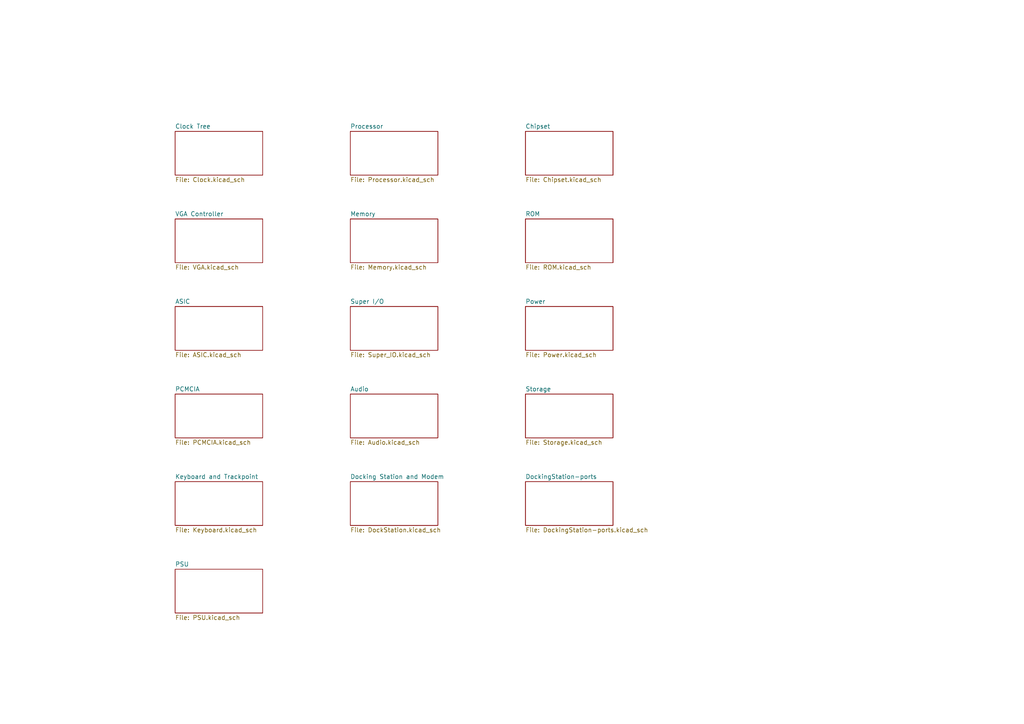
<source format=kicad_sch>
(kicad_sch
	(version 20250114)
	(generator "eeschema")
	(generator_version "9.0")
	(uuid "45c7911f-b027-440e-9e3e-77a146b41944")
	(paper "A4")
	(title_block
		(title "PC110 Motherboard")
		(company "Recreated by: Ahmad Byagowi")
	)
	(lib_symbols)
	(sheet
		(at 101.6 38.1)
		(size 25.4 12.7)
		(exclude_from_sim no)
		(in_bom yes)
		(on_board yes)
		(dnp no)
		(fields_autoplaced yes)
		(stroke
			(width 0)
			(type solid)
		)
		(fill
			(color 0 0 0 0.0000)
		)
		(uuid "00000000-0000-0000-0000-000061ddbbe3")
		(property "Sheetname" "Processor"
			(at 101.6 37.3884 0)
			(effects
				(font
					(size 1.27 1.27)
				)
				(justify left bottom)
			)
		)
		(property "Sheetfile" "Processor.kicad_sch"
			(at 101.6 51.3846 0)
			(effects
				(font
					(size 1.27 1.27)
				)
				(justify left top)
			)
		)
		(instances
			(project "PC110"
				(path "/45c7911f-b027-440e-9e3e-77a146b41944"
					(page "3")
				)
			)
		)
	)
	(sheet
		(at 152.4 88.9)
		(size 25.4 12.7)
		(exclude_from_sim no)
		(in_bom yes)
		(on_board yes)
		(dnp no)
		(fields_autoplaced yes)
		(stroke
			(width 0)
			(type solid)
		)
		(fill
			(color 0 0 0 0.0000)
		)
		(uuid "00000000-0000-0000-0000-0000638712fb")
		(property "Sheetname" "Power"
			(at 152.4 88.1884 0)
			(effects
				(font
					(size 1.27 1.27)
				)
				(justify left bottom)
			)
		)
		(property "Sheetfile" "Power.kicad_sch"
			(at 152.4 102.1846 0)
			(effects
				(font
					(size 1.27 1.27)
				)
				(justify left top)
			)
		)
		(instances
			(project "PC110"
				(path "/45c7911f-b027-440e-9e3e-77a146b41944"
					(page "10")
				)
			)
		)
	)
	(sheet
		(at 50.8 114.3)
		(size 25.4 12.7)
		(exclude_from_sim no)
		(in_bom yes)
		(on_board yes)
		(dnp no)
		(fields_autoplaced yes)
		(stroke
			(width 0)
			(type solid)
		)
		(fill
			(color 0 0 0 0.0000)
		)
		(uuid "00000000-0000-0000-0000-0000639b00c7")
		(property "Sheetname" "PCMCIA"
			(at 50.8 113.5884 0)
			(effects
				(font
					(size 1.27 1.27)
				)
				(justify left bottom)
			)
		)
		(property "Sheetfile" "PCMCIA.kicad_sch"
			(at 50.8 127.5846 0)
			(effects
				(font
					(size 1.27 1.27)
				)
				(justify left top)
			)
		)
		(instances
			(project "PC110"
				(path "/45c7911f-b027-440e-9e3e-77a146b41944"
					(page "11")
				)
			)
		)
	)
	(sheet
		(at 101.6 63.5)
		(size 25.4 12.7)
		(exclude_from_sim no)
		(in_bom yes)
		(on_board yes)
		(dnp no)
		(fields_autoplaced yes)
		(stroke
			(width 0)
			(type solid)
		)
		(fill
			(color 0 0 0 0.0000)
		)
		(uuid "00000000-0000-0000-0000-0000640ab57c")
		(property "Sheetname" "Memory"
			(at 101.6 62.7884 0)
			(effects
				(font
					(size 1.27 1.27)
				)
				(justify left bottom)
			)
		)
		(property "Sheetfile" "Memory.kicad_sch"
			(at 101.6 76.7846 0)
			(effects
				(font
					(size 1.27 1.27)
				)
				(justify left top)
			)
		)
		(instances
			(project "PC110"
				(path "/45c7911f-b027-440e-9e3e-77a146b41944"
					(page "6")
				)
			)
		)
	)
	(sheet
		(at 152.4 38.1)
		(size 25.4 12.7)
		(exclude_from_sim no)
		(in_bom yes)
		(on_board yes)
		(dnp no)
		(fields_autoplaced yes)
		(stroke
			(width 0)
			(type solid)
		)
		(fill
			(color 0 0 0 0.0000)
		)
		(uuid "00000000-0000-0000-0000-000064106181")
		(property "Sheetname" "Chipset"
			(at 152.4 37.3884 0)
			(effects
				(font
					(size 1.27 1.27)
				)
				(justify left bottom)
			)
		)
		(property "Sheetfile" "Chipset.kicad_sch"
			(at 152.4 51.3846 0)
			(effects
				(font
					(size 1.27 1.27)
				)
				(justify left top)
			)
		)
		(instances
			(project "PC110"
				(path "/45c7911f-b027-440e-9e3e-77a146b41944"
					(page "4")
				)
			)
		)
	)
	(sheet
		(at 50.8 88.9)
		(size 25.4 12.7)
		(exclude_from_sim no)
		(in_bom yes)
		(on_board yes)
		(dnp no)
		(fields_autoplaced yes)
		(stroke
			(width 0)
			(type solid)
		)
		(fill
			(color 0 0 0 0.0000)
		)
		(uuid "00000000-0000-0000-0000-000064523075")
		(property "Sheetname" "ASIC"
			(at 50.8 88.1884 0)
			(effects
				(font
					(size 1.27 1.27)
				)
				(justify left bottom)
			)
		)
		(property "Sheetfile" "ASIC.kicad_sch"
			(at 50.8 102.1846 0)
			(effects
				(font
					(size 1.27 1.27)
				)
				(justify left top)
			)
		)
		(instances
			(project "PC110"
				(path "/45c7911f-b027-440e-9e3e-77a146b41944"
					(page "8")
				)
			)
		)
	)
	(sheet
		(at 50.8 139.7)
		(size 25.4 12.7)
		(exclude_from_sim no)
		(in_bom yes)
		(on_board yes)
		(dnp no)
		(fields_autoplaced yes)
		(stroke
			(width 0)
			(type solid)
		)
		(fill
			(color 0 0 0 0.0000)
		)
		(uuid "00000000-0000-0000-0000-0000655ddd04")
		(property "Sheetname" "Keyboard and Trackpoint"
			(at 50.8 138.9884 0)
			(effects
				(font
					(size 1.27 1.27)
				)
				(justify left bottom)
			)
		)
		(property "Sheetfile" "Keyboard.kicad_sch"
			(at 50.8 152.9846 0)
			(effects
				(font
					(size 1.27 1.27)
				)
				(justify left top)
			)
		)
		(instances
			(project "PC110"
				(path "/45c7911f-b027-440e-9e3e-77a146b41944"
					(page "14")
				)
			)
		)
	)
	(sheet
		(at 50.8 63.5)
		(size 25.4 12.7)
		(exclude_from_sim no)
		(in_bom yes)
		(on_board yes)
		(dnp no)
		(fields_autoplaced yes)
		(stroke
			(width 0)
			(type solid)
		)
		(fill
			(color 0 0 0 0.0000)
		)
		(uuid "00000000-0000-0000-0000-000066b27913")
		(property "Sheetname" "VGA Controller"
			(at 50.8 62.7884 0)
			(effects
				(font
					(size 1.27 1.27)
				)
				(justify left bottom)
			)
		)
		(property "Sheetfile" "VGA.kicad_sch"
			(at 50.8 76.7846 0)
			(effects
				(font
					(size 1.27 1.27)
				)
				(justify left top)
			)
		)
		(instances
			(project "PC110"
				(path "/45c7911f-b027-440e-9e3e-77a146b41944"
					(page "5")
				)
			)
		)
	)
	(sheet
		(at 101.6 88.9)
		(size 25.4 12.7)
		(exclude_from_sim no)
		(in_bom yes)
		(on_board yes)
		(dnp no)
		(fields_autoplaced yes)
		(stroke
			(width 0)
			(type solid)
		)
		(fill
			(color 0 0 0 0.0000)
		)
		(uuid "00000000-0000-0000-0000-00006bbfee6b")
		(property "Sheetname" "Super I/O"
			(at 101.6 88.1884 0)
			(effects
				(font
					(size 1.27 1.27)
				)
				(justify left bottom)
			)
		)
		(property "Sheetfile" "Super_IO.kicad_sch"
			(at 101.6 102.1846 0)
			(effects
				(font
					(size 1.27 1.27)
				)
				(justify left top)
			)
		)
		(instances
			(project "PC110"
				(path "/45c7911f-b027-440e-9e3e-77a146b41944"
					(page "9")
				)
			)
		)
	)
	(sheet
		(at 152.4 114.3)
		(size 25.4 12.7)
		(exclude_from_sim no)
		(in_bom yes)
		(on_board yes)
		(dnp no)
		(fields_autoplaced yes)
		(stroke
			(width 0)
			(type solid)
		)
		(fill
			(color 0 0 0 0.0000)
		)
		(uuid "00000000-0000-0000-0000-00006e2d8c88")
		(property "Sheetname" "Storage"
			(at 152.4 113.5884 0)
			(effects
				(font
					(size 1.27 1.27)
				)
				(justify left bottom)
			)
		)
		(property "Sheetfile" "Storage.kicad_sch"
			(at 152.4 127.5846 0)
			(effects
				(font
					(size 1.27 1.27)
				)
				(justify left top)
			)
		)
		(instances
			(project "PC110"
				(path "/45c7911f-b027-440e-9e3e-77a146b41944"
					(page "13")
				)
			)
		)
	)
	(sheet
		(at 101.6 114.3)
		(size 25.4 12.7)
		(exclude_from_sim no)
		(in_bom yes)
		(on_board yes)
		(dnp no)
		(fields_autoplaced yes)
		(stroke
			(width 0)
			(type solid)
		)
		(fill
			(color 0 0 0 0.0000)
		)
		(uuid "00000000-0000-0000-0000-00006ffe9bec")
		(property "Sheetname" "Audio"
			(at 101.6 113.5884 0)
			(effects
				(font
					(size 1.27 1.27)
				)
				(justify left bottom)
			)
		)
		(property "Sheetfile" "Audio.kicad_sch"
			(at 101.6 127.5846 0)
			(effects
				(font
					(size 1.27 1.27)
				)
				(justify left top)
			)
		)
		(instances
			(project "PC110"
				(path "/45c7911f-b027-440e-9e3e-77a146b41944"
					(page "12")
				)
			)
		)
	)
	(sheet
		(at 152.4 63.5)
		(size 25.4 12.7)
		(exclude_from_sim no)
		(in_bom yes)
		(on_board yes)
		(dnp no)
		(fields_autoplaced yes)
		(stroke
			(width 0.1524)
			(type solid)
		)
		(fill
			(color 0 0 0 0.0000)
		)
		(uuid "29aeee43-2869-4080-920c-a693b0bc5770")
		(property "Sheetname" "ROM"
			(at 152.4 62.7884 0)
			(effects
				(font
					(size 1.27 1.27)
				)
				(justify left bottom)
			)
		)
		(property "Sheetfile" "ROM.kicad_sch"
			(at 152.4 76.7846 0)
			(effects
				(font
					(size 1.27 1.27)
				)
				(justify left top)
			)
		)
		(instances
			(project "PC110"
				(path "/45c7911f-b027-440e-9e3e-77a146b41944"
					(page "7")
				)
			)
		)
	)
	(sheet
		(at 101.6 139.7)
		(size 25.4 12.7)
		(exclude_from_sim no)
		(in_bom yes)
		(on_board yes)
		(dnp no)
		(fields_autoplaced yes)
		(stroke
			(width 0)
			(type solid)
		)
		(fill
			(color 0 0 0 0.0000)
		)
		(uuid "6dbc8bfb-047e-469c-b9e0-4e168250e555")
		(property "Sheetname" "Docking Station and Modem"
			(at 101.6 138.9884 0)
			(effects
				(font
					(size 1.27 1.27)
				)
				(justify left bottom)
			)
		)
		(property "Sheetfile" "DockStation.kicad_sch"
			(at 101.6 152.9846 0)
			(effects
				(font
					(size 1.27 1.27)
				)
				(justify left top)
			)
		)
		(instances
			(project "PC110"
				(path "/45c7911f-b027-440e-9e3e-77a146b41944"
					(page "15")
				)
			)
		)
	)
	(sheet
		(at 50.8 38.1)
		(size 25.4 12.7)
		(exclude_from_sim no)
		(in_bom yes)
		(on_board yes)
		(dnp no)
		(fields_autoplaced yes)
		(stroke
			(width 0)
			(type solid)
		)
		(fill
			(color 0 0 0 0.0000)
		)
		(uuid "8c702c69-d3f6-4026-9af8-e972f7ced597")
		(property "Sheetname" "Clock Tree"
			(at 50.8 37.3884 0)
			(effects
				(font
					(size 1.27 1.27)
				)
				(justify left bottom)
			)
		)
		(property "Sheetfile" "Clock.kicad_sch"
			(at 50.8 51.3846 0)
			(effects
				(font
					(size 1.27 1.27)
				)
				(justify left top)
			)
		)
		(instances
			(project "PC110"
				(path "/45c7911f-b027-440e-9e3e-77a146b41944"
					(page "2")
				)
			)
		)
	)
	(sheet
		(at 50.8 165.1)
		(size 25.4 12.7)
		(exclude_from_sim no)
		(in_bom yes)
		(on_board yes)
		(dnp no)
		(fields_autoplaced yes)
		(stroke
			(width 0.1524)
			(type solid)
		)
		(fill
			(color 0 0 0 0.0000)
		)
		(uuid "b615fbd8-73fa-4039-a9cf-43a7028b9b31")
		(property "Sheetname" "PSU"
			(at 50.8 164.3884 0)
			(effects
				(font
					(size 1.27 1.27)
				)
				(justify left bottom)
			)
		)
		(property "Sheetfile" "PSU.kicad_sch"
			(at 50.8 178.3846 0)
			(effects
				(font
					(size 1.27 1.27)
				)
				(justify left top)
			)
		)
		(instances
			(project "PC110"
				(path "/45c7911f-b027-440e-9e3e-77a146b41944"
					(page "17")
				)
			)
		)
	)
	(sheet
		(at 152.4 139.7)
		(size 25.4 12.7)
		(exclude_from_sim no)
		(in_bom yes)
		(on_board yes)
		(dnp no)
		(fields_autoplaced yes)
		(stroke
			(width 0.1524)
			(type solid)
		)
		(fill
			(color 0 0 0 0.0000)
		)
		(uuid "ce9fc961-abcc-42f2-996e-644ce3cadf6c")
		(property "Sheetname" "DockingStation-ports"
			(at 152.4 138.9884 0)
			(effects
				(font
					(size 1.27 1.27)
				)
				(justify left bottom)
			)
		)
		(property "Sheetfile" "DockingStation-ports.kicad_sch"
			(at 152.4 152.9846 0)
			(effects
				(font
					(size 1.27 1.27)
				)
				(justify left top)
			)
		)
		(instances
			(project "PC110"
				(path "/45c7911f-b027-440e-9e3e-77a146b41944"
					(page "16")
				)
			)
		)
	)
	(sheet_instances
		(path "/"
			(page "1")
		)
	)
	(embedded_fonts no)
)

</source>
